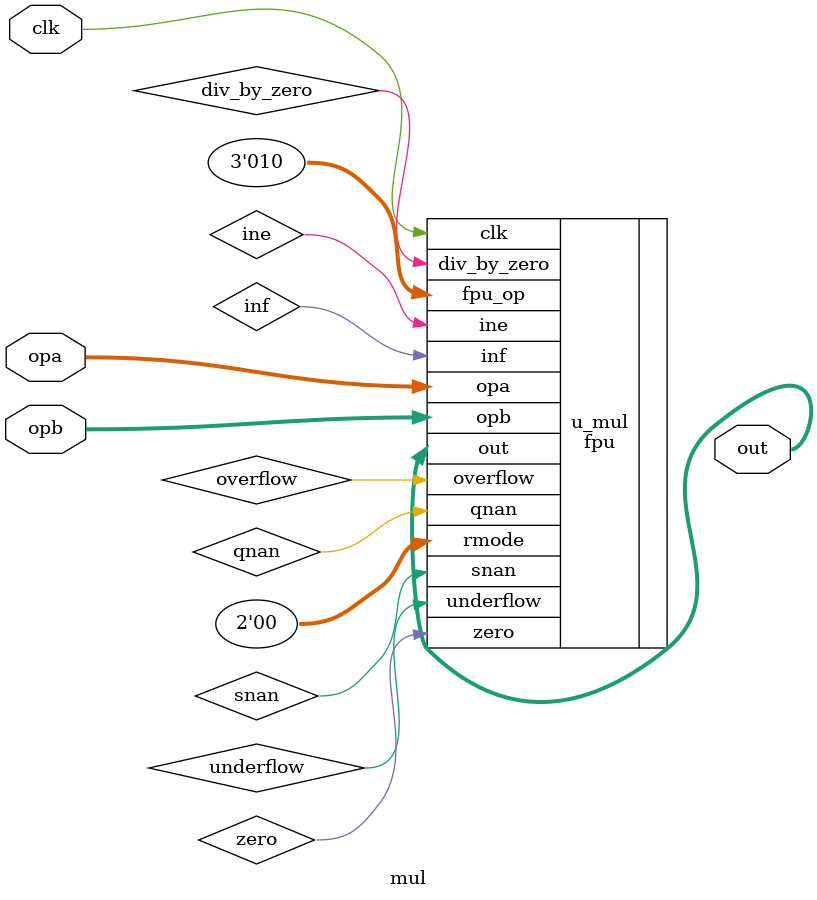
<source format=v>
`timescale 1ns / 100ps


module mul(clk, opa, opb, out);
	input clk;
	input [31:0] opa, opb;
	output [31:0] out;
	

	wire inf, snan, qnan, ine, overflow, underflow, zero, div_by_zero;
	
	fpu u_mul(
		.clk(clk),
		.rmode(2'd0), 
		.fpu_op(3'd2), 
		.opa(opa), 
		.opb(opb), 
		.out(out), 
		.inf(inf), 
		.snan(snan), 
		.qnan(qnan), 
		.ine(ine), 
		.overflow(overflow), 
		.underflow(underflow), 
		.zero(zero), 
		.div_by_zero(div_by_zero)
		); 
	

endmodule
</source>
